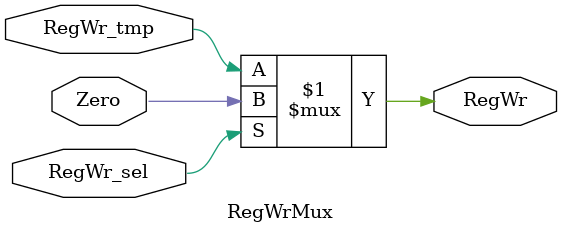
<source format=v>
`timescale 1ns / 1ps

module PCMux(nPc_sel, Zero, Branch, pc4, br_pc, jr_pc, j_pc, next_pc);
	
	input [1:0] nPc_sel;
	input Branch;
	input Zero;
	input [31:0] pc4, br_pc, jr_pc, j_pc;
	
	output reg [31:0] next_pc;
	
	wire [2:0] pcsel;
	assign pcsel = {Zero&Branch, nPc_sel};
	
	always @(*) begin
		case (pcsel)
			3'b000: next_pc = pc4;
			3'b100: next_pc = br_pc;
			3'b010: next_pc = jr_pc;
			3'b001: next_pc = j_pc;
			default: next_pc = pc4;
		endcase
	end

endmodule


module ALUsrc_AMux(ALUsrc_A, RD1, RD2, A);
	
	input ALUsrc_A;
	input [31:0] RD1, RD2;
	
	output [31:0] A;
	
	assign A = ALUsrc_A ? RD2 : RD1;

endmodule


module ALUsrc_BMux(ALUsrc_B, RD2, Imm32_lbit, B);
	
	input ALUsrc_B;
	input [31:0] RD2, Imm32_lbit;
	
	output [31:0] B;
	
	assign B = ALUsrc_B ? Imm32_lbit : RD2;
		
endmodule


module AO_Mux(AO_Sel, AO_tmp, Imm32_hbit_E, RD1_E, HIO, LOO, AO_E);
	
	input [2:0] AO_Sel;
	input [31:0] AO_tmp, Imm32_hbit_E, RD1_E, HIO, LOO;
	
	output reg [31:0] AO_E;
	
	always @(*) begin
		case (AO_Sel)
			3'b000: AO_E = AO_tmp;
			3'b001: AO_E = Imm32_hbit_E;
			3'b010: AO_E = RD1_E;
			3'b011: AO_E = HIO;
			3'b100: AO_E = LOO;
			default: AO_E = AO_tmp;
		endcase
	end

endmodule


module WrRegAddrMux(RegDst, rt, rd, A3);
	
	input [1:0] RegDst;
	input [4:0] rt, rd;
	
	output reg [4:0] A3;
	
	always @(*) begin
		case (RegDst)
			2'b00 : A3 = rt;
			2'b01 : A3 = rd;
			2'b10 : A3 = 5'b11111;
			default : A3 = rt;
		endcase
	end
	
endmodule


module WrRegDataMux(MemtoReg, AO, RD, pc8, WD);
	
	input [1:0] MemtoReg;
	input [31:0] AO, RD, pc8;
	
	output reg [31:0] WD;
	
	always @(*) begin
		case (MemtoReg)
			2'b00: WD = AO;
			2'b01: WD = RD;
			2'b10: WD = pc8;
			default: WD = 32'h0000_0000;
		endcase
	end
	
endmodule

module RegWrMux(RegWr_tmp, Zero, RegWr_sel, RegWr);
	
	input RegWr_tmp, Zero;
	input RegWr_sel;
	output RegWr;
	
	assign RegWr = RegWr_sel ? Zero : RegWr_tmp;
	
endmodule
	
	
	
</source>
